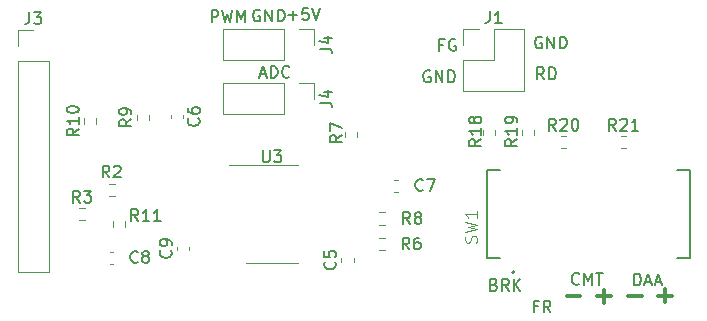
<source format=gbr>
G04 #@! TF.GenerationSoftware,KiCad,Pcbnew,(5.1.8)-1*
G04 #@! TF.CreationDate,2021-02-01T15:09:39-08:00*
G04 #@! TF.ProjectId,Modular_single_driver_Driver,4d6f6475-6c61-4725-9f73-696e676c655f,rev?*
G04 #@! TF.SameCoordinates,Original*
G04 #@! TF.FileFunction,Legend,Top*
G04 #@! TF.FilePolarity,Positive*
%FSLAX46Y46*%
G04 Gerber Fmt 4.6, Leading zero omitted, Abs format (unit mm)*
G04 Created by KiCad (PCBNEW (5.1.8)-1) date 2021-02-01 15:09:39*
%MOMM*%
%LPD*%
G01*
G04 APERTURE LIST*
%ADD10C,0.150000*%
%ADD11C,0.300000*%
%ADD12C,0.120000*%
%ADD13C,0.127000*%
%ADD14C,0.200000*%
%ADD15C,0.015000*%
G04 APERTURE END LIST*
D10*
X166997238Y-104909880D02*
X166997238Y-103909880D01*
X167378190Y-103909880D01*
X167473428Y-103957500D01*
X167521047Y-104005119D01*
X167568666Y-104100357D01*
X167568666Y-104243214D01*
X167521047Y-104338452D01*
X167473428Y-104386071D01*
X167378190Y-104433690D01*
X166997238Y-104433690D01*
X167902000Y-103909880D02*
X168140095Y-104909880D01*
X168330571Y-104195595D01*
X168521047Y-104909880D01*
X168759142Y-103909880D01*
X169140095Y-104909880D02*
X169140095Y-103909880D01*
X169473428Y-104624166D01*
X169806761Y-103909880D01*
X169806761Y-104909880D01*
X171069095Y-103894000D02*
X170973857Y-103846380D01*
X170831000Y-103846380D01*
X170688142Y-103894000D01*
X170592904Y-103989238D01*
X170545285Y-104084476D01*
X170497666Y-104274952D01*
X170497666Y-104417809D01*
X170545285Y-104608285D01*
X170592904Y-104703523D01*
X170688142Y-104798761D01*
X170831000Y-104846380D01*
X170926238Y-104846380D01*
X171069095Y-104798761D01*
X171116714Y-104751142D01*
X171116714Y-104417809D01*
X170926238Y-104417809D01*
X171545285Y-104846380D02*
X171545285Y-103846380D01*
X172116714Y-104846380D01*
X172116714Y-103846380D01*
X172592904Y-104846380D02*
X172592904Y-103846380D01*
X172831000Y-103846380D01*
X172973857Y-103894000D01*
X173069095Y-103989238D01*
X173116714Y-104084476D01*
X173164333Y-104274952D01*
X173164333Y-104417809D01*
X173116714Y-104608285D01*
X173069095Y-104703523D01*
X172973857Y-104798761D01*
X172831000Y-104846380D01*
X172592904Y-104846380D01*
X173466285Y-104338428D02*
X174228190Y-104338428D01*
X173847238Y-104719380D02*
X173847238Y-103957476D01*
X175180571Y-103719380D02*
X174704380Y-103719380D01*
X174656761Y-104195571D01*
X174704380Y-104147952D01*
X174799619Y-104100333D01*
X175037714Y-104100333D01*
X175132952Y-104147952D01*
X175180571Y-104195571D01*
X175228190Y-104290809D01*
X175228190Y-104528904D01*
X175180571Y-104624142D01*
X175132952Y-104671761D01*
X175037714Y-104719380D01*
X174799619Y-104719380D01*
X174704380Y-104671761D01*
X174656761Y-104624142D01*
X175513904Y-103719380D02*
X175847238Y-104719380D01*
X176180571Y-103719380D01*
X171100904Y-109323166D02*
X171577095Y-109323166D01*
X171005666Y-109608880D02*
X171339000Y-108608880D01*
X171672333Y-109608880D01*
X172005666Y-109608880D02*
X172005666Y-108608880D01*
X172243761Y-108608880D01*
X172386619Y-108656500D01*
X172481857Y-108751738D01*
X172529476Y-108846976D01*
X172577095Y-109037452D01*
X172577095Y-109180309D01*
X172529476Y-109370785D01*
X172481857Y-109466023D01*
X172386619Y-109561261D01*
X172243761Y-109608880D01*
X172005666Y-109608880D01*
X173577095Y-109513642D02*
X173529476Y-109561261D01*
X173386619Y-109608880D01*
X173291380Y-109608880D01*
X173148523Y-109561261D01*
X173053285Y-109466023D01*
X173005666Y-109370785D01*
X172958047Y-109180309D01*
X172958047Y-109037452D01*
X173005666Y-108846976D01*
X173053285Y-108751738D01*
X173148523Y-108656500D01*
X173291380Y-108608880D01*
X173386619Y-108608880D01*
X173529476Y-108656500D01*
X173577095Y-108704119D01*
X185483595Y-109037500D02*
X185388357Y-108989880D01*
X185245500Y-108989880D01*
X185102642Y-109037500D01*
X185007404Y-109132738D01*
X184959785Y-109227976D01*
X184912166Y-109418452D01*
X184912166Y-109561309D01*
X184959785Y-109751785D01*
X185007404Y-109847023D01*
X185102642Y-109942261D01*
X185245500Y-109989880D01*
X185340738Y-109989880D01*
X185483595Y-109942261D01*
X185531214Y-109894642D01*
X185531214Y-109561309D01*
X185340738Y-109561309D01*
X185959785Y-109989880D02*
X185959785Y-108989880D01*
X186531214Y-109989880D01*
X186531214Y-108989880D01*
X187007404Y-109989880D02*
X187007404Y-108989880D01*
X187245500Y-108989880D01*
X187388357Y-109037500D01*
X187483595Y-109132738D01*
X187531214Y-109227976D01*
X187578833Y-109418452D01*
X187578833Y-109561309D01*
X187531214Y-109751785D01*
X187483595Y-109847023D01*
X187388357Y-109942261D01*
X187245500Y-109989880D01*
X187007404Y-109989880D01*
D11*
X197040571Y-128059642D02*
X198183428Y-128059642D01*
X202247571Y-128123142D02*
X203390428Y-128123142D01*
X204787571Y-128059642D02*
X205930428Y-128059642D01*
X205359000Y-128631071D02*
X205359000Y-127488214D01*
X199644071Y-128123142D02*
X200786928Y-128123142D01*
X200215500Y-128694571D02*
X200215500Y-127551714D01*
D10*
X202779452Y-127198380D02*
X202779452Y-126198380D01*
X203017547Y-126198380D01*
X203160404Y-126246000D01*
X203255642Y-126341238D01*
X203303261Y-126436476D01*
X203350880Y-126626952D01*
X203350880Y-126769809D01*
X203303261Y-126960285D01*
X203255642Y-127055523D01*
X203160404Y-127150761D01*
X203017547Y-127198380D01*
X202779452Y-127198380D01*
X203731833Y-126912666D02*
X204208023Y-126912666D01*
X203636595Y-127198380D02*
X203969928Y-126198380D01*
X204303261Y-127198380D01*
X204588976Y-126912666D02*
X205065166Y-126912666D01*
X204493738Y-127198380D02*
X204827071Y-126198380D01*
X205160404Y-127198380D01*
X198112142Y-127039642D02*
X198064523Y-127087261D01*
X197921666Y-127134880D01*
X197826428Y-127134880D01*
X197683571Y-127087261D01*
X197588333Y-126992023D01*
X197540714Y-126896785D01*
X197493095Y-126706309D01*
X197493095Y-126563452D01*
X197540714Y-126372976D01*
X197588333Y-126277738D01*
X197683571Y-126182500D01*
X197826428Y-126134880D01*
X197921666Y-126134880D01*
X198064523Y-126182500D01*
X198112142Y-126230119D01*
X198540714Y-127134880D02*
X198540714Y-126134880D01*
X198874047Y-126849166D01*
X199207380Y-126134880D01*
X199207380Y-127134880D01*
X199540714Y-126134880D02*
X200112142Y-126134880D01*
X199826428Y-127134880D02*
X199826428Y-126134880D01*
X194587857Y-128960571D02*
X194254523Y-128960571D01*
X194254523Y-129484380D02*
X194254523Y-128484380D01*
X194730714Y-128484380D01*
X195683095Y-129484380D02*
X195349761Y-129008190D01*
X195111666Y-129484380D02*
X195111666Y-128484380D01*
X195492619Y-128484380D01*
X195587857Y-128532000D01*
X195635476Y-128579619D01*
X195683095Y-128674857D01*
X195683095Y-128817714D01*
X195635476Y-128912952D01*
X195587857Y-128960571D01*
X195492619Y-129008190D01*
X195111666Y-129008190D01*
X190904928Y-127119071D02*
X191047785Y-127166690D01*
X191095404Y-127214309D01*
X191143023Y-127309547D01*
X191143023Y-127452404D01*
X191095404Y-127547642D01*
X191047785Y-127595261D01*
X190952547Y-127642880D01*
X190571595Y-127642880D01*
X190571595Y-126642880D01*
X190904928Y-126642880D01*
X191000166Y-126690500D01*
X191047785Y-126738119D01*
X191095404Y-126833357D01*
X191095404Y-126928595D01*
X191047785Y-127023833D01*
X191000166Y-127071452D01*
X190904928Y-127119071D01*
X190571595Y-127119071D01*
X192143023Y-127642880D02*
X191809690Y-127166690D01*
X191571595Y-127642880D02*
X191571595Y-126642880D01*
X191952547Y-126642880D01*
X192047785Y-126690500D01*
X192095404Y-126738119D01*
X192143023Y-126833357D01*
X192143023Y-126976214D01*
X192095404Y-127071452D01*
X192047785Y-127119071D01*
X191952547Y-127166690D01*
X191571595Y-127166690D01*
X192571595Y-127642880D02*
X192571595Y-126642880D01*
X193143023Y-127642880D02*
X192714452Y-127071452D01*
X193143023Y-126642880D02*
X192571595Y-127214309D01*
X195135523Y-109735880D02*
X194802190Y-109259690D01*
X194564095Y-109735880D02*
X194564095Y-108735880D01*
X194945047Y-108735880D01*
X195040285Y-108783500D01*
X195087904Y-108831119D01*
X195135523Y-108926357D01*
X195135523Y-109069214D01*
X195087904Y-109164452D01*
X195040285Y-109212071D01*
X194945047Y-109259690D01*
X194564095Y-109259690D01*
X195564095Y-109735880D02*
X195564095Y-108735880D01*
X195802190Y-108735880D01*
X195945047Y-108783500D01*
X196040285Y-108878738D01*
X196087904Y-108973976D01*
X196135523Y-109164452D01*
X196135523Y-109307309D01*
X196087904Y-109497785D01*
X196040285Y-109593023D01*
X195945047Y-109688261D01*
X195802190Y-109735880D01*
X195564095Y-109735880D01*
X194945095Y-106180000D02*
X194849857Y-106132380D01*
X194707000Y-106132380D01*
X194564142Y-106180000D01*
X194468904Y-106275238D01*
X194421285Y-106370476D01*
X194373666Y-106560952D01*
X194373666Y-106703809D01*
X194421285Y-106894285D01*
X194468904Y-106989523D01*
X194564142Y-107084761D01*
X194707000Y-107132380D01*
X194802238Y-107132380D01*
X194945095Y-107084761D01*
X194992714Y-107037142D01*
X194992714Y-106703809D01*
X194802238Y-106703809D01*
X195421285Y-107132380D02*
X195421285Y-106132380D01*
X195992714Y-107132380D01*
X195992714Y-106132380D01*
X196468904Y-107132380D02*
X196468904Y-106132380D01*
X196707000Y-106132380D01*
X196849857Y-106180000D01*
X196945095Y-106275238D01*
X196992714Y-106370476D01*
X197040333Y-106560952D01*
X197040333Y-106703809D01*
X196992714Y-106894285D01*
X196945095Y-106989523D01*
X196849857Y-107084761D01*
X196707000Y-107132380D01*
X196468904Y-107132380D01*
X186586857Y-106799071D02*
X186253523Y-106799071D01*
X186253523Y-107322880D02*
X186253523Y-106322880D01*
X186729714Y-106322880D01*
X187634476Y-106370500D02*
X187539238Y-106322880D01*
X187396380Y-106322880D01*
X187253523Y-106370500D01*
X187158285Y-106465738D01*
X187110666Y-106560976D01*
X187063047Y-106751452D01*
X187063047Y-106894309D01*
X187110666Y-107084785D01*
X187158285Y-107180023D01*
X187253523Y-107275261D01*
X187396380Y-107322880D01*
X187491619Y-107322880D01*
X187634476Y-107275261D01*
X187682095Y-107227642D01*
X187682095Y-106894309D01*
X187491619Y-106894309D01*
D12*
X167961000Y-110049000D02*
X167961000Y-112709000D01*
X173101000Y-110049000D02*
X167961000Y-110049000D01*
X173101000Y-112709000D02*
X167961000Y-112709000D01*
X173101000Y-110049000D02*
X173101000Y-112709000D01*
X174371000Y-110049000D02*
X175701000Y-110049000D01*
X175701000Y-110049000D02*
X175701000Y-111379000D01*
X177988500Y-125172080D02*
X177988500Y-124890920D01*
X179008500Y-125172080D02*
X179008500Y-124890920D01*
X164594000Y-112749420D02*
X164594000Y-113030580D01*
X163574000Y-112749420D02*
X163574000Y-113030580D01*
X182753580Y-119255000D02*
X182472420Y-119255000D01*
X182753580Y-118235000D02*
X182472420Y-118235000D01*
X158368420Y-125351000D02*
X158649580Y-125351000D01*
X158368420Y-124331000D02*
X158649580Y-124331000D01*
X165102000Y-124206580D02*
X165102000Y-123925420D01*
X164082000Y-124206580D02*
X164082000Y-123925420D01*
X188281000Y-105524001D02*
X189611000Y-105524001D01*
X188281000Y-106854001D02*
X188281000Y-105524001D01*
X190881000Y-105524001D02*
X193481000Y-105524001D01*
X190881000Y-108124001D02*
X190881000Y-105524001D01*
X188281000Y-108124001D02*
X190881000Y-108124001D01*
X193481000Y-105524001D02*
X193481000Y-110724001D01*
X188281000Y-108124001D02*
X188281000Y-110724001D01*
X188281000Y-110724001D02*
X193481000Y-110724001D01*
X150562000Y-105604000D02*
X151892000Y-105604000D01*
X150562000Y-106934000D02*
X150562000Y-105604000D01*
X150562000Y-108204000D02*
X153222000Y-108204000D01*
X153222000Y-108204000D02*
X153222000Y-126044000D01*
X150562000Y-108204000D02*
X150562000Y-126044000D01*
X150562000Y-126044000D02*
X153222000Y-126044000D01*
X175701000Y-105477000D02*
X175701000Y-106807000D01*
X174371000Y-105477000D02*
X175701000Y-105477000D01*
X173101000Y-105477000D02*
X173101000Y-108137000D01*
X173101000Y-108137000D02*
X167961000Y-108137000D01*
X173101000Y-105477000D02*
X167961000Y-105477000D01*
X167961000Y-105477000D02*
X167961000Y-108137000D01*
X158796258Y-119648500D02*
X158321742Y-119648500D01*
X158796258Y-118603500D02*
X158321742Y-118603500D01*
X155782742Y-121680500D02*
X156257258Y-121680500D01*
X155782742Y-120635500D02*
X156257258Y-120635500D01*
X181181742Y-123175500D02*
X181656258Y-123175500D01*
X181181742Y-124220500D02*
X181656258Y-124220500D01*
X178293500Y-114189742D02*
X178293500Y-114664258D01*
X179338500Y-114189742D02*
X179338500Y-114664258D01*
X181656258Y-121016500D02*
X181181742Y-121016500D01*
X181656258Y-122061500D02*
X181181742Y-122061500D01*
X161685500Y-113203258D02*
X161685500Y-112728742D01*
X160640500Y-113203258D02*
X160640500Y-112728742D01*
X156195500Y-113521258D02*
X156195500Y-113046742D01*
X157240500Y-113521258D02*
X157240500Y-113046742D01*
X159653500Y-122221258D02*
X159653500Y-121746742D01*
X158608500Y-122221258D02*
X158608500Y-121746742D01*
X191022500Y-113999742D02*
X191022500Y-114474258D01*
X189977500Y-113999742D02*
X189977500Y-114474258D01*
X193279500Y-113999742D02*
X193279500Y-114474258D01*
X194324500Y-113999742D02*
X194324500Y-114474258D01*
X196549742Y-115584500D02*
X197024258Y-115584500D01*
X196549742Y-114539500D02*
X197024258Y-114539500D01*
X201628742Y-114539500D02*
X202103258Y-114539500D01*
X201628742Y-115584500D02*
X202103258Y-115584500D01*
D13*
X207492000Y-117408000D02*
X206382000Y-117408000D01*
X207492000Y-124908000D02*
X206382000Y-124908000D01*
X190272000Y-117408000D02*
X191382000Y-117408000D01*
X190272000Y-124908000D02*
X191382000Y-124908000D01*
X207492000Y-124908000D02*
X207492000Y-117408000D01*
X190272000Y-124908000D02*
X190272000Y-117408000D01*
D14*
X192632000Y-126068000D02*
G75*
G03*
X192632000Y-126068000I-100000J0D01*
G01*
D12*
X172085000Y-116998000D02*
X168435000Y-116998000D01*
X172085000Y-116998000D02*
X174285000Y-116998000D01*
X172085000Y-125318000D02*
X169885000Y-125318000D01*
X172085000Y-125318000D02*
X174285000Y-125318000D01*
D10*
X176153380Y-111712333D02*
X176867666Y-111712333D01*
X177010523Y-111759952D01*
X177105761Y-111855190D01*
X177153380Y-111998047D01*
X177153380Y-112093285D01*
X176486714Y-110807571D02*
X177153380Y-110807571D01*
X176105761Y-111045666D02*
X176820047Y-111283761D01*
X176820047Y-110664714D01*
X177425642Y-125198166D02*
X177473261Y-125245785D01*
X177520880Y-125388642D01*
X177520880Y-125483880D01*
X177473261Y-125626738D01*
X177378023Y-125721976D01*
X177282785Y-125769595D01*
X177092309Y-125817214D01*
X176949452Y-125817214D01*
X176758976Y-125769595D01*
X176663738Y-125721976D01*
X176568500Y-125626738D01*
X176520880Y-125483880D01*
X176520880Y-125388642D01*
X176568500Y-125245785D01*
X176616119Y-125198166D01*
X176520880Y-124293404D02*
X176520880Y-124769595D01*
X176997071Y-124817214D01*
X176949452Y-124769595D01*
X176901833Y-124674357D01*
X176901833Y-124436261D01*
X176949452Y-124341023D01*
X176997071Y-124293404D01*
X177092309Y-124245785D01*
X177330404Y-124245785D01*
X177425642Y-124293404D01*
X177473261Y-124341023D01*
X177520880Y-124436261D01*
X177520880Y-124674357D01*
X177473261Y-124769595D01*
X177425642Y-124817214D01*
X165871142Y-113056666D02*
X165918761Y-113104285D01*
X165966380Y-113247142D01*
X165966380Y-113342380D01*
X165918761Y-113485238D01*
X165823523Y-113580476D01*
X165728285Y-113628095D01*
X165537809Y-113675714D01*
X165394952Y-113675714D01*
X165204476Y-113628095D01*
X165109238Y-113580476D01*
X165014000Y-113485238D01*
X164966380Y-113342380D01*
X164966380Y-113247142D01*
X165014000Y-113104285D01*
X165061619Y-113056666D01*
X164966380Y-112199523D02*
X164966380Y-112390000D01*
X165014000Y-112485238D01*
X165061619Y-112532857D01*
X165204476Y-112628095D01*
X165394952Y-112675714D01*
X165775904Y-112675714D01*
X165871142Y-112628095D01*
X165918761Y-112580476D01*
X165966380Y-112485238D01*
X165966380Y-112294761D01*
X165918761Y-112199523D01*
X165871142Y-112151904D01*
X165775904Y-112104285D01*
X165537809Y-112104285D01*
X165442571Y-112151904D01*
X165394952Y-112199523D01*
X165347333Y-112294761D01*
X165347333Y-112485238D01*
X165394952Y-112580476D01*
X165442571Y-112628095D01*
X165537809Y-112675714D01*
X184872333Y-119102142D02*
X184824714Y-119149761D01*
X184681857Y-119197380D01*
X184586619Y-119197380D01*
X184443761Y-119149761D01*
X184348523Y-119054523D01*
X184300904Y-118959285D01*
X184253285Y-118768809D01*
X184253285Y-118625952D01*
X184300904Y-118435476D01*
X184348523Y-118340238D01*
X184443761Y-118245000D01*
X184586619Y-118197380D01*
X184681857Y-118197380D01*
X184824714Y-118245000D01*
X184872333Y-118292619D01*
X185205666Y-118197380D02*
X185872333Y-118197380D01*
X185443761Y-119197380D01*
X160742333Y-125198142D02*
X160694714Y-125245761D01*
X160551857Y-125293380D01*
X160456619Y-125293380D01*
X160313761Y-125245761D01*
X160218523Y-125150523D01*
X160170904Y-125055285D01*
X160123285Y-124864809D01*
X160123285Y-124721952D01*
X160170904Y-124531476D01*
X160218523Y-124436238D01*
X160313761Y-124341000D01*
X160456619Y-124293380D01*
X160551857Y-124293380D01*
X160694714Y-124341000D01*
X160742333Y-124388619D01*
X161313761Y-124721952D02*
X161218523Y-124674333D01*
X161170904Y-124626714D01*
X161123285Y-124531476D01*
X161123285Y-124483857D01*
X161170904Y-124388619D01*
X161218523Y-124341000D01*
X161313761Y-124293380D01*
X161504238Y-124293380D01*
X161599476Y-124341000D01*
X161647095Y-124388619D01*
X161694714Y-124483857D01*
X161694714Y-124531476D01*
X161647095Y-124626714D01*
X161599476Y-124674333D01*
X161504238Y-124721952D01*
X161313761Y-124721952D01*
X161218523Y-124769571D01*
X161170904Y-124817190D01*
X161123285Y-124912428D01*
X161123285Y-125102904D01*
X161170904Y-125198142D01*
X161218523Y-125245761D01*
X161313761Y-125293380D01*
X161504238Y-125293380D01*
X161599476Y-125245761D01*
X161647095Y-125198142D01*
X161694714Y-125102904D01*
X161694714Y-124912428D01*
X161647095Y-124817190D01*
X161599476Y-124769571D01*
X161504238Y-124721952D01*
X163519142Y-124232666D02*
X163566761Y-124280285D01*
X163614380Y-124423142D01*
X163614380Y-124518380D01*
X163566761Y-124661238D01*
X163471523Y-124756476D01*
X163376285Y-124804095D01*
X163185809Y-124851714D01*
X163042952Y-124851714D01*
X162852476Y-124804095D01*
X162757238Y-124756476D01*
X162662000Y-124661238D01*
X162614380Y-124518380D01*
X162614380Y-124423142D01*
X162662000Y-124280285D01*
X162709619Y-124232666D01*
X163614380Y-123756476D02*
X163614380Y-123566000D01*
X163566761Y-123470761D01*
X163519142Y-123423142D01*
X163376285Y-123327904D01*
X163185809Y-123280285D01*
X162804857Y-123280285D01*
X162709619Y-123327904D01*
X162662000Y-123375523D01*
X162614380Y-123470761D01*
X162614380Y-123661238D01*
X162662000Y-123756476D01*
X162709619Y-123804095D01*
X162804857Y-123851714D01*
X163042952Y-123851714D01*
X163138190Y-123804095D01*
X163185809Y-123756476D01*
X163233428Y-123661238D01*
X163233428Y-123470761D01*
X163185809Y-123375523D01*
X163138190Y-123327904D01*
X163042952Y-123280285D01*
X190547666Y-103976381D02*
X190547666Y-104690667D01*
X190500047Y-104833524D01*
X190404809Y-104928762D01*
X190261952Y-104976381D01*
X190166714Y-104976381D01*
X191547666Y-104976381D02*
X190976238Y-104976381D01*
X191261952Y-104976381D02*
X191261952Y-103976381D01*
X191166714Y-104119239D01*
X191071476Y-104214477D01*
X190976238Y-104262096D01*
X151558666Y-104056380D02*
X151558666Y-104770666D01*
X151511047Y-104913523D01*
X151415809Y-105008761D01*
X151272952Y-105056380D01*
X151177714Y-105056380D01*
X151939619Y-104056380D02*
X152558666Y-104056380D01*
X152225333Y-104437333D01*
X152368190Y-104437333D01*
X152463428Y-104484952D01*
X152511047Y-104532571D01*
X152558666Y-104627809D01*
X152558666Y-104865904D01*
X152511047Y-104961142D01*
X152463428Y-105008761D01*
X152368190Y-105056380D01*
X152082476Y-105056380D01*
X151987238Y-105008761D01*
X151939619Y-104961142D01*
X176153380Y-107140333D02*
X176867666Y-107140333D01*
X177010523Y-107187952D01*
X177105761Y-107283190D01*
X177153380Y-107426047D01*
X177153380Y-107521285D01*
X176486714Y-106235571D02*
X177153380Y-106235571D01*
X176105761Y-106473666D02*
X176820047Y-106711761D01*
X176820047Y-106092714D01*
X158329333Y-118054380D02*
X157996000Y-117578190D01*
X157757904Y-118054380D02*
X157757904Y-117054380D01*
X158138857Y-117054380D01*
X158234095Y-117102000D01*
X158281714Y-117149619D01*
X158329333Y-117244857D01*
X158329333Y-117387714D01*
X158281714Y-117482952D01*
X158234095Y-117530571D01*
X158138857Y-117578190D01*
X157757904Y-117578190D01*
X158710285Y-117149619D02*
X158757904Y-117102000D01*
X158853142Y-117054380D01*
X159091238Y-117054380D01*
X159186476Y-117102000D01*
X159234095Y-117149619D01*
X159281714Y-117244857D01*
X159281714Y-117340095D01*
X159234095Y-117482952D01*
X158662666Y-118054380D01*
X159281714Y-118054380D01*
X155853333Y-120180380D02*
X155520000Y-119704190D01*
X155281904Y-120180380D02*
X155281904Y-119180380D01*
X155662857Y-119180380D01*
X155758095Y-119228000D01*
X155805714Y-119275619D01*
X155853333Y-119370857D01*
X155853333Y-119513714D01*
X155805714Y-119608952D01*
X155758095Y-119656571D01*
X155662857Y-119704190D01*
X155281904Y-119704190D01*
X156186666Y-119180380D02*
X156805714Y-119180380D01*
X156472380Y-119561333D01*
X156615238Y-119561333D01*
X156710476Y-119608952D01*
X156758095Y-119656571D01*
X156805714Y-119751809D01*
X156805714Y-119989904D01*
X156758095Y-120085142D01*
X156710476Y-120132761D01*
X156615238Y-120180380D01*
X156329523Y-120180380D01*
X156234285Y-120132761D01*
X156186666Y-120085142D01*
X183729333Y-124150380D02*
X183396000Y-123674190D01*
X183157904Y-124150380D02*
X183157904Y-123150380D01*
X183538857Y-123150380D01*
X183634095Y-123198000D01*
X183681714Y-123245619D01*
X183729333Y-123340857D01*
X183729333Y-123483714D01*
X183681714Y-123578952D01*
X183634095Y-123626571D01*
X183538857Y-123674190D01*
X183157904Y-123674190D01*
X184586476Y-123150380D02*
X184396000Y-123150380D01*
X184300761Y-123198000D01*
X184253142Y-123245619D01*
X184157904Y-123388476D01*
X184110285Y-123578952D01*
X184110285Y-123959904D01*
X184157904Y-124055142D01*
X184205523Y-124102761D01*
X184300761Y-124150380D01*
X184491238Y-124150380D01*
X184586476Y-124102761D01*
X184634095Y-124055142D01*
X184681714Y-123959904D01*
X184681714Y-123721809D01*
X184634095Y-123626571D01*
X184586476Y-123578952D01*
X184491238Y-123531333D01*
X184300761Y-123531333D01*
X184205523Y-123578952D01*
X184157904Y-123626571D01*
X184110285Y-123721809D01*
X177998380Y-114466666D02*
X177522190Y-114800000D01*
X177998380Y-115038095D02*
X176998380Y-115038095D01*
X176998380Y-114657142D01*
X177046000Y-114561904D01*
X177093619Y-114514285D01*
X177188857Y-114466666D01*
X177331714Y-114466666D01*
X177426952Y-114514285D01*
X177474571Y-114561904D01*
X177522190Y-114657142D01*
X177522190Y-115038095D01*
X176998380Y-114133333D02*
X176998380Y-113466666D01*
X177998380Y-113895238D01*
X183792333Y-121991380D02*
X183459000Y-121515190D01*
X183220904Y-121991380D02*
X183220904Y-120991380D01*
X183601857Y-120991380D01*
X183697095Y-121039000D01*
X183744714Y-121086619D01*
X183792333Y-121181857D01*
X183792333Y-121324714D01*
X183744714Y-121419952D01*
X183697095Y-121467571D01*
X183601857Y-121515190D01*
X183220904Y-121515190D01*
X184363761Y-121419952D02*
X184268523Y-121372333D01*
X184220904Y-121324714D01*
X184173285Y-121229476D01*
X184173285Y-121181857D01*
X184220904Y-121086619D01*
X184268523Y-121039000D01*
X184363761Y-120991380D01*
X184554238Y-120991380D01*
X184649476Y-121039000D01*
X184697095Y-121086619D01*
X184744714Y-121181857D01*
X184744714Y-121229476D01*
X184697095Y-121324714D01*
X184649476Y-121372333D01*
X184554238Y-121419952D01*
X184363761Y-121419952D01*
X184268523Y-121467571D01*
X184220904Y-121515190D01*
X184173285Y-121610428D01*
X184173285Y-121800904D01*
X184220904Y-121896142D01*
X184268523Y-121943761D01*
X184363761Y-121991380D01*
X184554238Y-121991380D01*
X184649476Y-121943761D01*
X184697095Y-121896142D01*
X184744714Y-121800904D01*
X184744714Y-121610428D01*
X184697095Y-121515190D01*
X184649476Y-121467571D01*
X184554238Y-121419952D01*
X160185380Y-113132666D02*
X159709190Y-113466000D01*
X160185380Y-113704095D02*
X159185380Y-113704095D01*
X159185380Y-113323142D01*
X159233000Y-113227904D01*
X159280619Y-113180285D01*
X159375857Y-113132666D01*
X159518714Y-113132666D01*
X159613952Y-113180285D01*
X159661571Y-113227904D01*
X159709190Y-113323142D01*
X159709190Y-113704095D01*
X160185380Y-112656476D02*
X160185380Y-112466000D01*
X160137761Y-112370761D01*
X160090142Y-112323142D01*
X159947285Y-112227904D01*
X159756809Y-112180285D01*
X159375857Y-112180285D01*
X159280619Y-112227904D01*
X159233000Y-112275523D01*
X159185380Y-112370761D01*
X159185380Y-112561238D01*
X159233000Y-112656476D01*
X159280619Y-112704095D01*
X159375857Y-112751714D01*
X159613952Y-112751714D01*
X159709190Y-112704095D01*
X159756809Y-112656476D01*
X159804428Y-112561238D01*
X159804428Y-112370761D01*
X159756809Y-112275523D01*
X159709190Y-112227904D01*
X159613952Y-112180285D01*
X155740380Y-113926857D02*
X155264190Y-114260190D01*
X155740380Y-114498285D02*
X154740380Y-114498285D01*
X154740380Y-114117333D01*
X154788000Y-114022095D01*
X154835619Y-113974476D01*
X154930857Y-113926857D01*
X155073714Y-113926857D01*
X155168952Y-113974476D01*
X155216571Y-114022095D01*
X155264190Y-114117333D01*
X155264190Y-114498285D01*
X155740380Y-112974476D02*
X155740380Y-113545904D01*
X155740380Y-113260190D02*
X154740380Y-113260190D01*
X154883238Y-113355428D01*
X154978476Y-113450666D01*
X155026095Y-113545904D01*
X154740380Y-112355428D02*
X154740380Y-112260190D01*
X154788000Y-112164952D01*
X154835619Y-112117333D01*
X154930857Y-112069714D01*
X155121333Y-112022095D01*
X155359428Y-112022095D01*
X155549904Y-112069714D01*
X155645142Y-112117333D01*
X155692761Y-112164952D01*
X155740380Y-112260190D01*
X155740380Y-112355428D01*
X155692761Y-112450666D01*
X155645142Y-112498285D01*
X155549904Y-112545904D01*
X155359428Y-112593523D01*
X155121333Y-112593523D01*
X154930857Y-112545904D01*
X154835619Y-112498285D01*
X154788000Y-112450666D01*
X154740380Y-112355428D01*
X160774142Y-121737380D02*
X160440809Y-121261190D01*
X160202714Y-121737380D02*
X160202714Y-120737380D01*
X160583666Y-120737380D01*
X160678904Y-120785000D01*
X160726523Y-120832619D01*
X160774142Y-120927857D01*
X160774142Y-121070714D01*
X160726523Y-121165952D01*
X160678904Y-121213571D01*
X160583666Y-121261190D01*
X160202714Y-121261190D01*
X161726523Y-121737380D02*
X161155095Y-121737380D01*
X161440809Y-121737380D02*
X161440809Y-120737380D01*
X161345571Y-120880238D01*
X161250333Y-120975476D01*
X161155095Y-121023095D01*
X162678904Y-121737380D02*
X162107476Y-121737380D01*
X162393190Y-121737380D02*
X162393190Y-120737380D01*
X162297952Y-120880238D01*
X162202714Y-120975476D01*
X162107476Y-121023095D01*
X189809380Y-114816857D02*
X189333190Y-115150190D01*
X189809380Y-115388285D02*
X188809380Y-115388285D01*
X188809380Y-115007333D01*
X188857000Y-114912095D01*
X188904619Y-114864476D01*
X188999857Y-114816857D01*
X189142714Y-114816857D01*
X189237952Y-114864476D01*
X189285571Y-114912095D01*
X189333190Y-115007333D01*
X189333190Y-115388285D01*
X189809380Y-113864476D02*
X189809380Y-114435904D01*
X189809380Y-114150190D02*
X188809380Y-114150190D01*
X188952238Y-114245428D01*
X189047476Y-114340666D01*
X189095095Y-114435904D01*
X189237952Y-113293047D02*
X189190333Y-113388285D01*
X189142714Y-113435904D01*
X189047476Y-113483523D01*
X188999857Y-113483523D01*
X188904619Y-113435904D01*
X188857000Y-113388285D01*
X188809380Y-113293047D01*
X188809380Y-113102571D01*
X188857000Y-113007333D01*
X188904619Y-112959714D01*
X188999857Y-112912095D01*
X189047476Y-112912095D01*
X189142714Y-112959714D01*
X189190333Y-113007333D01*
X189237952Y-113102571D01*
X189237952Y-113293047D01*
X189285571Y-113388285D01*
X189333190Y-113435904D01*
X189428428Y-113483523D01*
X189618904Y-113483523D01*
X189714142Y-113435904D01*
X189761761Y-113388285D01*
X189809380Y-113293047D01*
X189809380Y-113102571D01*
X189761761Y-113007333D01*
X189714142Y-112959714D01*
X189618904Y-112912095D01*
X189428428Y-112912095D01*
X189333190Y-112959714D01*
X189285571Y-113007333D01*
X189237952Y-113102571D01*
X192857380Y-114816857D02*
X192381190Y-115150190D01*
X192857380Y-115388285D02*
X191857380Y-115388285D01*
X191857380Y-115007333D01*
X191905000Y-114912095D01*
X191952619Y-114864476D01*
X192047857Y-114816857D01*
X192190714Y-114816857D01*
X192285952Y-114864476D01*
X192333571Y-114912095D01*
X192381190Y-115007333D01*
X192381190Y-115388285D01*
X192857380Y-113864476D02*
X192857380Y-114435904D01*
X192857380Y-114150190D02*
X191857380Y-114150190D01*
X192000238Y-114245428D01*
X192095476Y-114340666D01*
X192143095Y-114435904D01*
X192857380Y-113388285D02*
X192857380Y-113197809D01*
X192809761Y-113102571D01*
X192762142Y-113054952D01*
X192619285Y-112959714D01*
X192428809Y-112912095D01*
X192047857Y-112912095D01*
X191952619Y-112959714D01*
X191905000Y-113007333D01*
X191857380Y-113102571D01*
X191857380Y-113293047D01*
X191905000Y-113388285D01*
X191952619Y-113435904D01*
X192047857Y-113483523D01*
X192285952Y-113483523D01*
X192381190Y-113435904D01*
X192428809Y-113388285D01*
X192476428Y-113293047D01*
X192476428Y-113102571D01*
X192428809Y-113007333D01*
X192381190Y-112959714D01*
X192285952Y-112912095D01*
X196144142Y-114084380D02*
X195810809Y-113608190D01*
X195572714Y-114084380D02*
X195572714Y-113084380D01*
X195953666Y-113084380D01*
X196048904Y-113132000D01*
X196096523Y-113179619D01*
X196144142Y-113274857D01*
X196144142Y-113417714D01*
X196096523Y-113512952D01*
X196048904Y-113560571D01*
X195953666Y-113608190D01*
X195572714Y-113608190D01*
X196525095Y-113179619D02*
X196572714Y-113132000D01*
X196667952Y-113084380D01*
X196906047Y-113084380D01*
X197001285Y-113132000D01*
X197048904Y-113179619D01*
X197096523Y-113274857D01*
X197096523Y-113370095D01*
X197048904Y-113512952D01*
X196477476Y-114084380D01*
X197096523Y-114084380D01*
X197715571Y-113084380D02*
X197810809Y-113084380D01*
X197906047Y-113132000D01*
X197953666Y-113179619D01*
X198001285Y-113274857D01*
X198048904Y-113465333D01*
X198048904Y-113703428D01*
X198001285Y-113893904D01*
X197953666Y-113989142D01*
X197906047Y-114036761D01*
X197810809Y-114084380D01*
X197715571Y-114084380D01*
X197620333Y-114036761D01*
X197572714Y-113989142D01*
X197525095Y-113893904D01*
X197477476Y-113703428D01*
X197477476Y-113465333D01*
X197525095Y-113274857D01*
X197572714Y-113179619D01*
X197620333Y-113132000D01*
X197715571Y-113084380D01*
X201223142Y-114084380D02*
X200889809Y-113608190D01*
X200651714Y-114084380D02*
X200651714Y-113084380D01*
X201032666Y-113084380D01*
X201127904Y-113132000D01*
X201175523Y-113179619D01*
X201223142Y-113274857D01*
X201223142Y-113417714D01*
X201175523Y-113512952D01*
X201127904Y-113560571D01*
X201032666Y-113608190D01*
X200651714Y-113608190D01*
X201604095Y-113179619D02*
X201651714Y-113132000D01*
X201746952Y-113084380D01*
X201985047Y-113084380D01*
X202080285Y-113132000D01*
X202127904Y-113179619D01*
X202175523Y-113274857D01*
X202175523Y-113370095D01*
X202127904Y-113512952D01*
X201556476Y-114084380D01*
X202175523Y-114084380D01*
X203127904Y-114084380D02*
X202556476Y-114084380D01*
X202842190Y-114084380D02*
X202842190Y-113084380D01*
X202746952Y-113227238D01*
X202651714Y-113322476D01*
X202556476Y-113370095D01*
D15*
X189401761Y-123566333D02*
X189449380Y-123423476D01*
X189449380Y-123185380D01*
X189401761Y-123090142D01*
X189354142Y-123042523D01*
X189258904Y-122994904D01*
X189163666Y-122994904D01*
X189068428Y-123042523D01*
X189020809Y-123090142D01*
X188973190Y-123185380D01*
X188925571Y-123375857D01*
X188877952Y-123471095D01*
X188830333Y-123518714D01*
X188735095Y-123566333D01*
X188639857Y-123566333D01*
X188544619Y-123518714D01*
X188497000Y-123471095D01*
X188449380Y-123375857D01*
X188449380Y-123137761D01*
X188497000Y-122994904D01*
X188449380Y-122661571D02*
X189449380Y-122423476D01*
X188735095Y-122233000D01*
X189449380Y-122042523D01*
X188449380Y-121804428D01*
X189449380Y-120899666D02*
X189449380Y-121471095D01*
X189449380Y-121185380D02*
X188449380Y-121185380D01*
X188592238Y-121280619D01*
X188687476Y-121375857D01*
X188735095Y-121471095D01*
D10*
X171323095Y-115760380D02*
X171323095Y-116569904D01*
X171370714Y-116665142D01*
X171418333Y-116712761D01*
X171513571Y-116760380D01*
X171704047Y-116760380D01*
X171799285Y-116712761D01*
X171846904Y-116665142D01*
X171894523Y-116569904D01*
X171894523Y-115760380D01*
X172275476Y-115760380D02*
X172894523Y-115760380D01*
X172561190Y-116141333D01*
X172704047Y-116141333D01*
X172799285Y-116188952D01*
X172846904Y-116236571D01*
X172894523Y-116331809D01*
X172894523Y-116569904D01*
X172846904Y-116665142D01*
X172799285Y-116712761D01*
X172704047Y-116760380D01*
X172418333Y-116760380D01*
X172323095Y-116712761D01*
X172275476Y-116665142D01*
M02*

</source>
